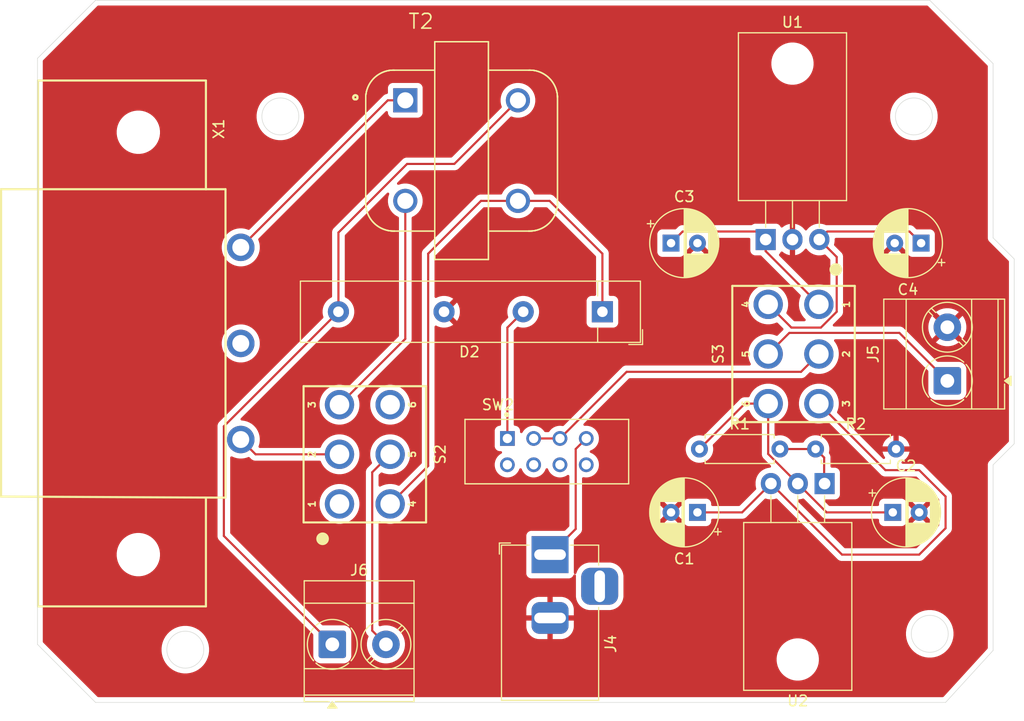
<source format=kicad_pcb>
(kicad_pcb (version 20241229) (generator "pcbnew") (generator_version "9.0")
  (layers (0 "F.Cu" signal) (2 "B.Cu" signal) (13 "F.Paste" user) (15 "B.Paste" user) (5 "F.SilkS" user "F.Silkscreen") (7 "B.SilkS" user "B.Silkscreen") (1 "F.Mask" user) (3 "B.Mask" user) (25 "Edge.Cuts" user))
  (net 0 "")
  (net 1 "IN_2")
  (net 2 "GND")
  (net 3 "/3.3V")
  (net 4 "IN_1")
  (net 5 "/5V")
  (net 6 "/VCC")
  (net 7 "Net-(J4-Pad1)")
  (net 8 "Circuit_Output")
  (net 9 "Net-(J6-Pin_2)")
  (net 10 "Net-(U2-ADJ)")
  (net 13 "Net-(S2-Pad2)")
  (net 14 "Net-(S2-Pad3)")
  (net 15 "Net-(S3-Pad2)")
  (net 20 "Net-(T2-Pad1)")
  (net 22 "Net-(D2--)")
  (net 23 "Net-(D2-+)")
  (footprint "AC Jack:6ESRM-P" (layer "F.Cu") (at 111.0508 60 -90)
    (property "Reference" "X1" (at -20.32 -7.62 90) (layer "F.SilkS"))
    (property "Value" "AC Jack")
    (pad "" np_thru_hole circle (at -20 0 270) (size 3.6 3.6) (drill 3.6) (layers "*.Cu" "*.Mask"))
    (pad "" np_thru_hole circle (at 20 0 270) (size 3.6 3.6) (drill 3.6) (layers "*.Cu" "*.Mask"))
    (pad "1" thru_hole circle (at -9.1 -9.7 270) (size 2.6 2.6) (drill 1.6) (layers "*.Cu" "*.Mask") (net 20 "Net-(T2-Pad1)"))
    (pad "2" thru_hole circle (at 0 -9.7 270) (size 2.6 2.6) (drill 1.6) (layers "*.Cu" "*.Mask"))
    (pad "3" thru_hole circle (at 9.1 -9.7 270) (size 2.6 2.6) (drill 1.6) (layers "*.Cu" "*.Mask") (net 13 "Net-(S2-Pad2)"))
  )
  (footprint "Resistor_THT:R_Axial_DIN0207_L6.3mm_D2.5mm_P7.62mm_Horizontal" (layer "F.Cu") (at 164.19 70)
    (property "Reference" "R1" (at 3.81 -2.37 0) (layer "F.SilkS"))
    (property "Value" "R")
    (pad "1" thru_hole circle (at 0 0) (size 1.6 1.6) (drill 0.8) (layers "*.Cu" "*.Mask") (net 3 "/3.3V"))
    (pad "2" thru_hole oval (at 7.62 0) (size 1.6 1.6) (drill 0.8) (layers "*.Cu" "*.Mask") (net 10 "Net-(U2-ADJ)"))
  )
  (footprint "Package_TO_SOT_THT:TO-220-3_Horizontal_TabDown" (layer "F.Cu") (at 176.04 73.27 180)
    (property "Reference" "U2" (at 2.54 -20.58 0) (layer "F.SilkS"))
    (property "Value" "LM317_TO-220")
    (pad "" np_thru_hole circle (at 2.54 -16.66 180) (size 3.5 3.5) (drill 3.5) (layers "*.Cu" "*.Mask"))
    (pad "1" thru_hole rect (at 0 0 180) (size 1.905 2) (drill 1.1) (layers "*.Cu" "*.Mask") (net 10 "Net-(U2-ADJ)"))
    (pad "2" thru_hole oval (at 2.54 0 180) (size 1.905 2) (drill 1.1) (layers "*.Cu" "*.Mask") (net 3 "/3.3V"))
    (pad "3" thru_hole oval (at 5.08 0 180) (size 1.905 2) (drill 1.1) (layers "*.Cu" "*.Mask") (net 1 "IN_2"))
  )
  (footprint "Connector_BarrelJack:BarrelJack_Horizontal" (layer "F.Cu") (at 150.0425 80 90)
    (property "Reference" "J4" (at -8.45 5.75 90) (layer "F.SilkS"))
    (property "Value" "Jack-DC")
    (pad "1" thru_hole rect (at 0 0 90) (size 3.5 3.5) (drill oval 1 3) (layers "*.Cu" "*.Mask") (net 7 "Net-(J4-Pad1)"))
    (pad "2" thru_hole roundrect (at -6 0 90) (size 3 3.5) (drill oval 1 3) (layers "*.Cu" "*.Mask") (net 2 "GND"))
    (pad "3" thru_hole roundrect (at -3 4.7 90) (size 3.5 3.5) (drill oval 3 1) (layers "*.Cu" "*.Mask"))
  )
  (footprint "Transformer:XFMR_TY-311P" (layer "F.Cu") (at 141.666 41.7375)
    (property "Reference" "T2" (at -3.84524 -12.24006 0) (layer "F.SilkS") (effects (font (size 1.400252 1.400252))))
    (property "Value" "TY-311P")
    (pad "1" thru_hole rect (at -5.334 -4.7625) (size 2.286 2.286) (drill 1.524) (layers "*.Cu" "*.Mask") (net 20 "Net-(T2-Pad1)"))
    (pad "3" thru_hole circle (at -5.334 4.7625) (size 2.286 2.286) (drill 1.524) (layers "*.Cu" "*.Mask") (net 14 "Net-(S2-Pad3)"))
    (pad "4" thru_hole circle (at 5.334 4.7625) (size 2.286 2.286) (drill 1.524) (layers "*.Cu" "*.Mask") (net 22 "Net-(D2--)"))
    (pad "6" thru_hole circle (at 5.334 -4.7625) (size 2.286 2.286) (drill 1.524) (layers "*.Cu" "*.Mask") (net 23 "Net-(D2-+)"))
  )
  (footprint "Capacitor_THT:CP_Radial_D6.3mm_P2.50mm" (layer "F.Cu") (at 164 76 180)
    (property "Reference" "C1" (at 1.25 -4.4 0) (layer "F.SilkS"))
    (property "Value" "C_Polarized")
    (pad "1" thru_hole rect (at 0 0 180) (size 1.6 1.6) (drill 0.8) (layers "*.Cu" "*.Mask") (net 1 "IN_2"))
    (pad "2" thru_hole circle (at 2.5 0 180) (size 1.6 1.6) (drill 0.8) (layers "*.Cu" "*.Mask") (net 2 "GND"))
  )
  (footprint "Capacitor_THT:CP_Radial_D6.3mm_P2.50mm" (layer "F.Cu") (at 185.18238 50.5 180)
    (property "Reference" "C4" (at 1.25 -4.4 0) (layer "F.SilkS"))
    (property "Value" "C_Polarized")
    (pad "1" thru_hole rect (at 0 0 180) (size 1.6 1.6) (drill 0.8) (layers "*.Cu" "*.Mask") (net 5 "/5V"))
    (pad "2" thru_hole circle (at 2.5 0 180) (size 1.6 1.6) (drill 0.8) (layers "*.Cu" "*.Mask") (net 2 "GND"))
  )
  (footprint "Resistor_THT:R_Axial_DIN0207_L6.3mm_D2.5mm_P7.62mm_Horizontal" (layer "F.Cu") (at 175.19 70)
    (property "Reference" "R2" (at 3.81 -2.37 0) (layer "F.SilkS"))
    (property "Value" "R")
    (pad "1" thru_hole circle (at 0 0) (size 1.6 1.6) (drill 0.8) (layers "*.Cu" "*.Mask") (net 10 "Net-(U2-ADJ)"))
    (pad "2" thru_hole oval (at 7.62 0) (size 1.6 1.6) (drill 0.8) (layers "*.Cu" "*.Mask") (net 2 "GND"))
  )
  (footprint "Diode_THT:Diode_Bridge_32.0x5.6x17.0mm_P10.0mm_P7.5mm" (layer "F.Cu") (at 155 57 180)
    (property "Reference" "D2" (at 12.6 -3.8 0) (layer "F.SilkS"))
    (property "Value" "B40C3x00-2200A")
    (pad "1" thru_hole rect (at 0 0 180) (size 2 2) (drill 1) (layers "*.Cu" "*.Mask") (net 22 "Net-(D2--)"))
    (pad "2" thru_hole circle (at 7.5 0 180) (size 2 2) (drill 1) (layers "*.Cu" "*.Mask") (net 6 "/VCC"))
    (pad "3" thru_hole circle (at 15 0 180) (size 2 2) (drill 1) (layers "*.Cu" "*.Mask") (net 2 "GND"))
    (pad "4" thru_hole circle (at 25 0 180) (size 2 2) (drill 1) (layers "*.Cu" "*.Mask") (net 23 "Net-(D2-+)"))
  )
  (footprint "TerminalBlock_Phoenix:TerminalBlock_Phoenix_MKDS-3-2-5.08_1x02_P5.08mm_Horizontal" (layer "F.Cu") (at 187.6675 63.545 90)
    (property "Reference" "J5" (at 2.54 -7.02 90) (layer "F.SilkS"))
    (property "Value" "Screw_Terminal_01x02")
    (pad "1" thru_hole roundrect (at 0 0 90) (size 2.6 2.6) (drill 1.3) (layers "*.Cu" "*.Mask") (roundrect_rratio 0.096154) (net 8 "Circuit_Output"))
    (pad "2" thru_hole circle (at 5.08 0 90) (size 2.6 2.6) (drill 1.3) (layers "*.Cu" "*.Mask") (net 2 "GND"))
  )
  (footprint "DPDT:472133010111" (layer "F.Cu") (at 132.5 70.5 -90)
    (property "Reference" "S2" (at 0 -7.135 90) (layer "F.SilkS"))
    (property "Value" "DPDT")
    (fp_text user "5" (at 0 -4.5 90) (layer "F.SilkS") (effects (font (size 0.64 0.64))))
    (fp_text user "4" (at 4.7 -4.5 90) (layer "F.SilkS") (effects (font (size 0.64 0.64))))
    (fp_text user "1" (at 4.7 5 90) (layer "F.SilkS") (effects (font (size 0.64 0.64))))
    (fp_text user "6" (at -4.7 -4.5 90) (layer "F.SilkS") (effects (font (size 0.64 0.64))))
    (fp_text user "3" (at -4.7 5 90) (layer "F.SilkS") (effects (font (size 0.64 0.64))))
    (fp_text user "2" (at 0 5 90) (layer "F.SilkS") (effects (font (size 0.64 0.64))))
    (pad "1" thru_hole circle (at 4.7 2.4 270) (size 2.775 2.775) (drill 1.85) (layers "*.Cu" "*.Mask"))
    (pad "2" thru_hole circle (at 0 2.4 270) (size 2.775 2.775) (drill 1.85) (layers "*.Cu" "*.Mask") (net 13 "Net-(S2-Pad2)"))
    (pad "3" thru_hole circle (at -4.7 2.4 270) (size 2.775 2.775) (drill 1.85) (layers "*.Cu" "*.Mask") (net 14 "Net-(S2-Pad3)"))
    (pad "4" thru_hole circle (at 4.7 -2.4 270) (size 2.775 2.775) (drill 1.85) (layers "*.Cu" "*.Mask") (net 22 "Net-(D2--)"))
    (pad "5" thru_hole circle (at 0 -2.4 270) (size 2.775 2.775) (drill 1.85) (layers "*.Cu" "*.Mask") (net 9 "Net-(J6-Pin_2)"))
    (pad "6" thru_hole circle (at -4.7 -2.4 270) (size 2.775 2.775) (drill 1.85) (layers "*.Cu" "*.Mask"))
  )
  (footprint "TerminalBlock_Phoenix:TerminalBlock_Phoenix_MKDS-3-2-5.08_1x02_P5.08mm_Horizontal" (layer "F.Cu") (at 129.42 88.5)
    (property "Reference" "J6" (at 2.54 -7.02 0) (layer "F.SilkS"))
    (property "Value" "Screw_Terminal_01x02")
    (pad "1" thru_hole roundrect (at 0 0) (size 2.6 2.6) (drill 1.3) (layers "*.Cu" "*.Mask") (roundrect_rratio 0.096154) (net 23 "Net-(D2-+)"))
    (pad "2" thru_hole circle (at 5.08 0) (size 2.6 2.6) (drill 1.3) (layers "*.Cu" "*.Mask") (net 9 "Net-(J6-Pin_2)"))
  )
  (footprint "Capacitor_THT:CP_Radial_D6.3mm_P2.50mm" (layer "F.Cu") (at 161.5 50.5)
    (property "Reference" "C3" (at 1.25 -4.4 0) (layer "F.SilkS"))
    (property "Value" "C_Polarized")
    (pad "1" thru_hole rect (at 0 0) (size 1.6 1.6) (drill 0.8) (layers "*.Cu" "*.Mask") (net 4 "IN_1"))
    (pad "2" thru_hole circle (at 2.5 0) (size 1.6 1.6) (drill 0.8) (layers "*.Cu" "*.Mask") (net 2 "GND"))
  )
  (footprint "DP3T:SW_1825163-2" (layer "F.Cu") (at 146 69)
    (property "Reference" "SW2" (at -0.891265 -3.194545 0) (layer "F.SilkS") (effects (font (size 1.001425 1.001425))))
    (property "Value" "1825163-2")
    (pad "1" thru_hole rect (at 0 0) (size 1.397 1.397) (drill 0.889) (layers "*.Cu" "*.Mask") (net 6 "/VCC"))
    (pad "2" thru_hole circle (at 2.49 0) (size 1.397 1.397) (drill 0.889) (layers "*.Cu" "*.Mask") (net 15 "Net-(S3-Pad2)"))
    (pad "3" thru_hole circle (at 4.98 0) (size 1.397 1.397) (drill 0.889) (layers "*.Cu" "*.Mask") (net 15 "Net-(S3-Pad2)"))
    (pad "4" thru_hole circle (at 7.47 0) (size 1.397 1.397) (drill 0.889) (layers "*.Cu" "*.Mask") (net 7 "Net-(J4-Pad1)"))
    (pad "5" thru_hole circle (at 0 2.49) (size 1.397 1.397) (drill 0.889) (layers "*.Cu" "*.Mask"))
    (pad "6" thru_hole circle (at 2.49 2.49) (size 1.397 1.397) (drill 0.889) (layers "*.Cu" "*.Mask"))
    (pad "7" thru_hole circle (at 4.98 2.49) (size 1.397 1.397) (drill 0.889) (layers "*.Cu" "*.Mask"))
    (pad "8" thru_hole circle (at 7.47 2.49) (size 1.397 1.397) (drill 0.889) (layers "*.Cu" "*.Mask"))
  )
  (footprint "DPDT:472133010111" (layer "F.Cu") (at 173.1 61 90)
    (property "Reference" "S3" (at 0 -7.135 90) (layer "F.SilkS"))
    (property "Value" "DPDT")
    (fp_text user "6" (at -4.7 -4.5 90) (layer "F.SilkS") (effects (font (size 0.64 0.64))))
    (fp_text user "3" (at -4.7 5 90) (layer "F.SilkS") (effects (font (size 0.64 0.64))))
    (fp_text user "1" (at 4.7 5 90) (layer "F.SilkS") (effects (font (size 0.64 0.64))))
    (fp_text user "2" (at 0 5 90) (layer "F.SilkS") (effects (font (size 0.64 0.64))))
    (fp_text user "4" (at 4.7 -4.5 90) (layer "F.SilkS") (effects (font (size 0.64 0.64))))
    (fp_text user "5" (at 0 -4.5 90) (layer "F.SilkS") (effects (font (size 0.64 0.64))))
    (pad "1" thru_hole circle (at 4.7 2.4 90) (size 2.775 2.775) (drill 1.85) (layers "*.Cu" "*.Mask") (net 4 "IN_1"))
    (pad "2" thru_hole circle (at 0 2.4 90) (size 2.775 2.775) (drill 1.85) (layers "*.Cu" "*.Mask") (net 15 "Net-(S3-Pad2)"))
    (pad "3" thru_hole circle (at -4.7 2.4 90) (size 2.775 2.775) (drill 1.85) (layers "*.Cu" "*.Mask") (net 1 "IN_2"))
    (pad "4" thru_hole circle (at 4.7 -2.4 90) (size 2.775 2.775) (drill 1.85) (layers "*.Cu" "*.Mask") (net 5 "/5V"))
    (pad "5" thru_hole circle (at 0 -2.4 90) (size 2.775 2.775) (drill 1.85) (layers "*.Cu" "*.Mask") (net 8 "Circuit_Output"))
    (pad "6" thru_hole circle (at -4.7 -2.4 90) (size 2.775 2.775) (drill 1.85) (layers "*.Cu" "*.Mask") (net 3 "/3.3V"))
  )
  (footprint "Package_TO_SOT_THT:TO-220-3_Horizontal_TabDown" (layer "F.Cu") (at 170.46 50.16)
    (property "Reference" "U1" (at 2.54 -20.58 0) (layer "F.SilkS"))
    (property "Value" "LM7805_TO220")
    (pad "" np_thru_hole circle (at 2.54 -16.66) (size 3.5 3.5) (drill 3.5) (layers "*.Cu" "*.Mask"))
    (pad "1" thru_hole rect (at 0 0) (size 1.905 2) (drill 1.1) (layers "*.Cu" "*.Mask") (net 4 "IN_1"))
    (pad "2" thru_hole oval (at 2.54 0) (size 1.905 2) (drill 1.1) (layers "*.Cu" "*.Mask") (net 2 "GND"))
    (pad "3" thru_hole oval (at 5.08 0) (size 1.905 2) (drill 1.1) (layers "*.Cu" "*.Mask") (net 5 "/5V"))
  )
  (footprint "Capacitor_THT:CP_Radial_D6.3mm_P2.50mm" (layer "F.Cu") (at 182.5 76)
    (property "Reference" "C2" (at 1.25 -4.4 0) (layer "F.SilkS"))
    (property "Value" "C_Polarized")
    (pad "1" thru_hole rect (at 0 0) (size 1.6 1.6) (drill 0.8) (layers "*.Cu" "*.Mask") (net 3 "/3.3V"))
    (pad "2" thru_hole circle (at 2.5 0) (size 1.6 1.6) (drill 0.8) (layers "*.Cu" "*.Mask") (net 2 "GND"))
  )
  (gr_line (start 192 71.5) (end 192 89.076923) (stroke (width 0.05)) (layer "Edge.Cuts"))
  (gr_line (start 194 69.5) (end 192 71.5) (stroke (width 0.05)) (layer "Edge.Cuts"))
  (gr_line (start 107 27.5) (end 186 27.5) (stroke (width 0.05)) (layer "Edge.Cuts"))
  (gr_circle (center 124.5 38.5) (end 126.25 38.5) (stroke (width 0.05)) (fill no) (layer "Edge.Cuts"))
  (gr_line (start 192 33.5) (end 186 27.5) (stroke (width 0.05)) (layer "Edge.Cuts"))
  (gr_circle (center 184.5 38.5) (end 186.25 38.5) (stroke (width 0.05)) (fill no) (layer "Edge.Cuts"))
  (gr_circle (center 186 87.5) (end 187.75 87.5) (stroke (width 0.05)) (fill no) (layer "Edge.Cuts"))
  (gr_line (start 192 33.5) (end 192 50) (stroke (width 0.05)) (layer "Edge.Cuts"))
  (gr_line (start 101.5 33) (end 107 27.5) (stroke (width 0.05)) (layer "Edge.Cuts"))
  (gr_line (start 192 89.076923) (end 187.5 94) (stroke (width 0.05)) (layer "Edge.Cuts"))
  (gr_line (start 192 50) (end 194 52) (stroke (width 0.05)) (layer "Edge.Cuts"))
  (gr_line (start 101.5 88.5) (end 101.5 33) (stroke (width 0.05)) (layer "Edge.Cuts"))
  (gr_line (start 187.5 94) (end 107 94) (stroke (width 0.05)) (layer "Edge.Cuts"))
  (gr_circle (center 115.5 89) (end 117.25 89) (stroke (width 0.05)) (fill no) (layer "Edge.Cuts"))
  (gr_line (start 194 52) (end 194 69.5) (stroke (width 0.05)) (layer "Edge.Cuts"))
  (gr_line (start 107 94) (end 101.5 88.5) (stroke (width 0.05)) (layer "Edge.Cuts"))
  (segment (start 185 72) (end 187.5 74.5) (width 0.2) (layer "F.Cu") (net 1))
  (segment (start 177.69 80) (end 170.96 73.27) (width 0.2) (layer "F.Cu") (net 1))
  (segment (start 187.5 74.5) (end 187.5 77.5) (width 0.2) (layer "F.Cu") (net 1))
  (segment (start 175.5 65.7) (end 181.8 72) (width 0.2) (layer "F.Cu") (net 1))
  (segment (start 181.8 72) (end 185 72) (width 0.2) (layer "F.Cu") (net 1))
  (segment (start 185 80) (end 177.69 80) (width 0.2) (layer "F.Cu") (net 1))
  (segment (start 164 76) (end 168.23 76) (width 0.2) (layer "F.Cu") (net 1))
  (segment (start 168.23 76) (end 170.96 73.27) (width 0.2) (layer "F.Cu") (net 1))
  (segment (start 187.5 77.5) (end 185 80) (width 0.2) (layer "F.Cu") (net 1))
  (segment (start 170.7 65.7) (end 168.49 65.7) (width 0.2) (layer "F.Cu") (net 3))
  (segment (start 176.23 76) (end 182.5 76) (width 0.2) (layer "F.Cu") (net 3))
  (segment (start 170.7 65.7) (end 170.7 70.47) (width 0.2) (layer "F.Cu") (net 3))
  (segment (start 168.49 65.7) (end 164.19 70) (width 0.2) (layer "F.Cu") (net 3))
  (segment (start 173.5 73.27) (end 176.23 76) (width 0.2) (layer "F.Cu") (net 3))
  (segment (start 170.7 70.47) (end 173.5 73.27) (width 0.2) (layer "F.Cu") (net 3))
  (segment (start 170.46 51.26) (end 170.46 50.16) (width 0.2) (layer "F.Cu") (net 4))
  (segment (start 170.46 50.16) (end 169.699 49.399) (width 0.2) (layer "F.Cu") (net 4))
  (segment (start 162.601 49.399) (end 161.5 50.5) (width 0.2) (layer "F.Cu") (net 4))
  (segment (start 169.699 49.399) (end 162.601 49.399) (width 0.2) (layer "F.Cu") (net 4))
  (segment (start 175.5 56.3) (end 170.46 51.26) (width 0.2) (layer "F.Cu") (net 4))
  (segment (start 177.1885 51.8085) (end 177.1885 56.9994) (width 0.2) (layer "F.Cu") (net 5))
  (segment (start 177.1885 56.9994) (end 175.6879 58.5) (width 0.2) (layer "F.Cu") (net 5))
  (segment (start 185.18238 50.5) (end 184.08138 49.399) (width 0.2) (layer "F.Cu") (net 5))
  (segment (start 176.301 49.399) (end 175.54 50.16) (width 0.2) (layer "F.Cu") (net 5))
  (segment (start 172.9 58.5) (end 170.7 56.3) (width 0.2) (layer "F.Cu") (net 5))
  (segment (start 184.08138 49.399) (end 176.301 49.399) (width 0.2) (layer "F.Cu") (net 5))
  (segment (start 175.54 50.16) (end 177.1885 51.8085) (width 0.2) (layer "F.Cu") (net 5))
  (segment (start 175.6879 58.5) (end 172.9 58.5) (width 0.2) (layer "F.Cu") (net 5))
  (segment (start 146 58.5) (end 146 69) (width 0.2) (layer "F.Cu") (net 6))
  (segment (start 147.5 57) (end 146 58.5) (width 0.2) (layer "F.Cu") (net 6))
  (segment (start 153.47 69) (end 152.4705 69.9995) (width 0.2) (layer "F.Cu") (net 7))
  (segment (start 152.4705 77.572) (end 150.0425 80) (width 0.2) (layer "F.Cu") (net 7))
  (segment (start 152.4705 69.9995) (end 152.4705 77.572) (width 0.2) (layer "F.Cu") (net 7))
  (segment (start 172.7 59) (end 183.1225 59) (width 0.2) (layer "F.Cu") (net 8))
  (segment (start 183.1225 59) (end 187.6675 63.545) (width 0.2) (layer "F.Cu") (net 8))
  (segment (start 170.7 61) (end 172.7 59) (width 0.2) (layer "F.Cu") (net 8))
  (segment (start 133.2 72.2) (end 134.9 70.5) (width 0.2) (layer "F.Cu") (net 9))
  (segment (start 133.2 87.2) (end 133.2 72.2) (width 0.2) (layer "F.Cu") (net 9))
  (segment (start 134.5 88.5) (end 133.2 87.2) (width 0.2) (layer "F.Cu") (net 9))
  (segment (start 176 73.23) (end 176.04 73.27) (width 0.2) (layer "F.Cu") (net 10))
  (segment (start 175.19 70) (end 176 70.81) (width 0.2) (layer "F.Cu") (net 10))
  (segment (start 176 70.81) (end 176 73.23) (width 0.2) (layer "F.Cu") (net 10))
  (segment (start 175.19 70) (end 171.81 70) (width 0.2) (layer "F.Cu") (net 10))
  (segment (start 120.7508 69.1) (end 122.1508 70.5) (width 0.2) (layer "F.Cu") (net 13))
  (segment (start 122.1508 70.5) (end 130.1 70.5) (width 0.2) (layer "F.Cu") (net 13))
  (segment (start 136.332 59.568) (end 130.1 65.8) (width 0.2) (layer "F.Cu") (net 14))
  (segment (start 136.332 46.5) (end 136.332 59.568) (width 0.2) (layer "F.Cu") (net 14))
  (segment (start 148.49 69) (end 150.98 69) (width 0.2) (layer "F.Cu") (net 15))
  (segment (start 157.2915 62.6885) (end 150.98 69) (width 0.2) (layer "F.Cu") (net 15))
  (segment (start 173.8115 62.6885) (end 157.2915 62.6885) (width 0.2) (layer "F.Cu") (net 15))
  (segment (start 175.5 61) (end 173.8115 62.6885) (width 0.2) (layer "F.Cu") (net 15))
  (segment (start 134.6758 36.975) (end 120.7508 50.9) (width 0.2) (layer "F.Cu") (net 20))
  (segment (start 136.332 36.975) (end 134.6758 36.975) (width 0.2) (layer "F.Cu") (net 20))
  (segment (start 150 46.5) (end 155 51.5) (width 0.2) (layer "F.Cu") (net 22))
  (segment (start 143.5 46.5) (end 138.5 51.5) (width 0.2) (layer "F.Cu") (net 22))
  (segment (start 155 51.5) (end 155 57) (width 0.2) (layer "F.Cu") (net 22))
  (segment (start 147 46.5) (end 150 46.5) (width 0.2) (layer "F.Cu") (net 22))
  (segment (start 138.5 71.6) (end 134.9 75.2) (width 0.2) (layer "F.Cu") (net 22))
  (segment (start 147 46.5) (end 143.5 46.5) (width 0.2) (layer "F.Cu") (net 22))
  (segment (start 138.5 51.5) (end 138.5 71.6) (width 0.2) (layer "F.Cu") (net 22))
  (segment (start 119.1498 67.8502) (end 119.1498 78.2298) (width 0.2) (layer "F.Cu") (net 23))
  (segment (start 136.5 43) (end 130 49.5) (width 0.2) (layer "F.Cu") (net 23))
  (segment (start 130 49.5) (end 130 57) (width 0.2) (layer "F.Cu") (net 23))
  (segment (start 130 57) (end 119.1498 67.8502) (width 0.2) (layer "F.Cu") (net 23))
  (segment (start 119.1498 78.2298) (end 129.42 88.5) (width 0.2) (layer "F.Cu") (net 23))
  (segment (start 140.975 43) (end 136.5 43) (width 0.2) (layer "F.Cu") (net 23))
  (segment (start 147 36.975) (end 140.975 43) (width 0.2) (layer "F.Cu") (net 23))
  (zone (net 2) (net_name "GND") (layer "F.Cu") (connect_pads (clearance 0.5)) (min_thickness 0.25) (fill yes (thermal_gap 0.5) (thermal_bridge_width 0.5))
    (polygon (pts (xy 101.5 33) (xy 107 27.5) (xy 186 27.5) (xy 192 33.5) (xy 192 50) (xy 194 52) (xy 194 69.5) (xy 192 71.5) (xy 192 89) (xy 187.5 94) (xy 107 94) (xy 101.5 88.5)))
  )
)
</source>
